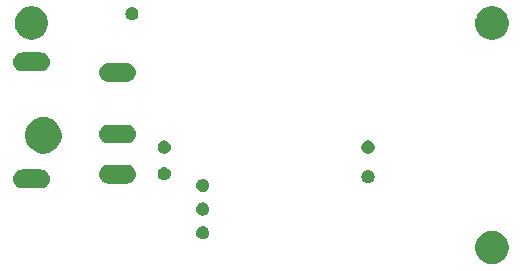
<source format=gbr>
G04 #@! TF.GenerationSoftware,KiCad,Pcbnew,5.0.1*
G04 #@! TF.CreationDate,2019-01-30T16:31:46+01:00*
G04 #@! TF.ProjectId,esp8266_rgb_strip_controller,657370383236365F736578795F737472,rev?*
G04 #@! TF.SameCoordinates,Original*
G04 #@! TF.FileFunction,Soldermask,Bot*
G04 #@! TF.FilePolarity,Negative*
%FSLAX46Y46*%
G04 Gerber Fmt 4.6, Leading zero omitted, Abs format (unit mm)*
G04 Created by KiCad (PCBNEW 5.0.1) date Wed 30 Jan 2019 04:31:46 PM CET*
%MOMM*%
%LPD*%
G01*
G04 APERTURE LIST*
%ADD10C,0.100000*%
G04 APERTURE END LIST*
D10*
G36*
X137318433Y-79634893D02*
X137408657Y-79652839D01*
X137512204Y-79695730D01*
X137663621Y-79758449D01*
X137893089Y-79911774D01*
X138088226Y-80106911D01*
X138241551Y-80336379D01*
X138347161Y-80591344D01*
X138401000Y-80862012D01*
X138401000Y-81137988D01*
X138347161Y-81408656D01*
X138241551Y-81663621D01*
X138088226Y-81893089D01*
X137893089Y-82088226D01*
X137663621Y-82241551D01*
X137514267Y-82303415D01*
X137408657Y-82347161D01*
X137318433Y-82365107D01*
X137137988Y-82401000D01*
X136862012Y-82401000D01*
X136681567Y-82365107D01*
X136591343Y-82347161D01*
X136485733Y-82303415D01*
X136336379Y-82241551D01*
X136106911Y-82088226D01*
X135911774Y-81893089D01*
X135758449Y-81663621D01*
X135652839Y-81408656D01*
X135599000Y-81137988D01*
X135599000Y-80862012D01*
X135652839Y-80591344D01*
X135758449Y-80336379D01*
X135911774Y-80106911D01*
X136106911Y-79911774D01*
X136336379Y-79758449D01*
X136487796Y-79695730D01*
X136591343Y-79652839D01*
X136681567Y-79634893D01*
X136862012Y-79599000D01*
X137137988Y-79599000D01*
X137318433Y-79634893D01*
X137318433Y-79634893D01*
G37*
G36*
X112660721Y-79220174D02*
X112760995Y-79261709D01*
X112851245Y-79322012D01*
X112927988Y-79398755D01*
X112988291Y-79489005D01*
X113029826Y-79589279D01*
X113051000Y-79695730D01*
X113051000Y-79804270D01*
X113029826Y-79910721D01*
X112988291Y-80010995D01*
X112927988Y-80101245D01*
X112851245Y-80177988D01*
X112760995Y-80238291D01*
X112660721Y-80279826D01*
X112554270Y-80301000D01*
X112445730Y-80301000D01*
X112339279Y-80279826D01*
X112239005Y-80238291D01*
X112148755Y-80177988D01*
X112072012Y-80101245D01*
X112011709Y-80010995D01*
X111970174Y-79910721D01*
X111949000Y-79804270D01*
X111949000Y-79695730D01*
X111970174Y-79589279D01*
X112011709Y-79489005D01*
X112072012Y-79398755D01*
X112148755Y-79322012D01*
X112239005Y-79261709D01*
X112339279Y-79220174D01*
X112445730Y-79199000D01*
X112554270Y-79199000D01*
X112660721Y-79220174D01*
X112660721Y-79220174D01*
G37*
G36*
X112660721Y-77220174D02*
X112760995Y-77261709D01*
X112851245Y-77322012D01*
X112927988Y-77398755D01*
X112988291Y-77489005D01*
X113029826Y-77589279D01*
X113051000Y-77695730D01*
X113051000Y-77804270D01*
X113029826Y-77910721D01*
X112988291Y-78010995D01*
X112927988Y-78101245D01*
X112851245Y-78177988D01*
X112760995Y-78238291D01*
X112660721Y-78279826D01*
X112554270Y-78301000D01*
X112445730Y-78301000D01*
X112339279Y-78279826D01*
X112239005Y-78238291D01*
X112148755Y-78177988D01*
X112072012Y-78101245D01*
X112011709Y-78010995D01*
X111970174Y-77910721D01*
X111949000Y-77804270D01*
X111949000Y-77695730D01*
X111970174Y-77589279D01*
X112011709Y-77489005D01*
X112072012Y-77398755D01*
X112148755Y-77322012D01*
X112239005Y-77261709D01*
X112339279Y-77220174D01*
X112445730Y-77199000D01*
X112554270Y-77199000D01*
X112660721Y-77220174D01*
X112660721Y-77220174D01*
G37*
G36*
X112660721Y-75220174D02*
X112760995Y-75261709D01*
X112851245Y-75322012D01*
X112927988Y-75398755D01*
X112988291Y-75489005D01*
X113029826Y-75589279D01*
X113051000Y-75695730D01*
X113051000Y-75804270D01*
X113029826Y-75910721D01*
X112988291Y-76010995D01*
X112927988Y-76101245D01*
X112851245Y-76177988D01*
X112760995Y-76238291D01*
X112660721Y-76279826D01*
X112554270Y-76301000D01*
X112445730Y-76301000D01*
X112339279Y-76279826D01*
X112239005Y-76238291D01*
X112148755Y-76177988D01*
X112072012Y-76101245D01*
X112011709Y-76010995D01*
X111970174Y-75910721D01*
X111949000Y-75804270D01*
X111949000Y-75695730D01*
X111970174Y-75589279D01*
X112011709Y-75489005D01*
X112072012Y-75398755D01*
X112148755Y-75322012D01*
X112239005Y-75261709D01*
X112339279Y-75220174D01*
X112445730Y-75199000D01*
X112554270Y-75199000D01*
X112660721Y-75220174D01*
X112660721Y-75220174D01*
G37*
G36*
X98907025Y-74410590D02*
X99058012Y-74456392D01*
X99197165Y-74530770D01*
X99319133Y-74630867D01*
X99419230Y-74752835D01*
X99493608Y-74891988D01*
X99539410Y-75042975D01*
X99554875Y-75200000D01*
X99539410Y-75357025D01*
X99493608Y-75508012D01*
X99419230Y-75647165D01*
X99319133Y-75769133D01*
X99197165Y-75869230D01*
X99058012Y-75943608D01*
X98907025Y-75989410D01*
X98789346Y-76001000D01*
X97210654Y-76001000D01*
X97092975Y-75989410D01*
X96941988Y-75943608D01*
X96802835Y-75869230D01*
X96680867Y-75769133D01*
X96580770Y-75647165D01*
X96506392Y-75508012D01*
X96460590Y-75357025D01*
X96445125Y-75200000D01*
X96460590Y-75042975D01*
X96506392Y-74891988D01*
X96580770Y-74752835D01*
X96680867Y-74630867D01*
X96802835Y-74530770D01*
X96941988Y-74456392D01*
X97092975Y-74410590D01*
X97210654Y-74399000D01*
X98789346Y-74399000D01*
X98907025Y-74410590D01*
X98907025Y-74410590D01*
G37*
G36*
X106207025Y-74010590D02*
X106358012Y-74056392D01*
X106497165Y-74130770D01*
X106619133Y-74230867D01*
X106719230Y-74352835D01*
X106793608Y-74491988D01*
X106839410Y-74642975D01*
X106854875Y-74800000D01*
X106839410Y-74957025D01*
X106793608Y-75108012D01*
X106719230Y-75247165D01*
X106619133Y-75369133D01*
X106497165Y-75469230D01*
X106358012Y-75543608D01*
X106207025Y-75589410D01*
X106089346Y-75601000D01*
X104510654Y-75601000D01*
X104392975Y-75589410D01*
X104241988Y-75543608D01*
X104102835Y-75469230D01*
X103980867Y-75369133D01*
X103880770Y-75247165D01*
X103806392Y-75108012D01*
X103760590Y-74957025D01*
X103745125Y-74800000D01*
X103760590Y-74642975D01*
X103806392Y-74491988D01*
X103880770Y-74352835D01*
X103980867Y-74230867D01*
X104102835Y-74130770D01*
X104241988Y-74056392D01*
X104392975Y-74010590D01*
X104510654Y-73999000D01*
X106089346Y-73999000D01*
X106207025Y-74010590D01*
X106207025Y-74010590D01*
G37*
G36*
X126660721Y-74470174D02*
X126760995Y-74511709D01*
X126851245Y-74572012D01*
X126927988Y-74648755D01*
X126988291Y-74739005D01*
X127029826Y-74839279D01*
X127051000Y-74945730D01*
X127051000Y-75054270D01*
X127029826Y-75160721D01*
X126988291Y-75260995D01*
X126927988Y-75351245D01*
X126851245Y-75427988D01*
X126760995Y-75488291D01*
X126660721Y-75529826D01*
X126554270Y-75551000D01*
X126445730Y-75551000D01*
X126339279Y-75529826D01*
X126239005Y-75488291D01*
X126148755Y-75427988D01*
X126072012Y-75351245D01*
X126011709Y-75260995D01*
X125970174Y-75160721D01*
X125949000Y-75054270D01*
X125949000Y-74945730D01*
X125970174Y-74839279D01*
X126011709Y-74739005D01*
X126072012Y-74648755D01*
X126148755Y-74572012D01*
X126239005Y-74511709D01*
X126339279Y-74470174D01*
X126445730Y-74449000D01*
X126554270Y-74449000D01*
X126660721Y-74470174D01*
X126660721Y-74470174D01*
G37*
G36*
X109410721Y-74220174D02*
X109510995Y-74261709D01*
X109601245Y-74322012D01*
X109677988Y-74398755D01*
X109738291Y-74489005D01*
X109779826Y-74589279D01*
X109801000Y-74695730D01*
X109801000Y-74804270D01*
X109779826Y-74910721D01*
X109738291Y-75010995D01*
X109677988Y-75101245D01*
X109601245Y-75177988D01*
X109510995Y-75238291D01*
X109410721Y-75279826D01*
X109304270Y-75301000D01*
X109195730Y-75301000D01*
X109089279Y-75279826D01*
X108989005Y-75238291D01*
X108898755Y-75177988D01*
X108822012Y-75101245D01*
X108761709Y-75010995D01*
X108720174Y-74910721D01*
X108699000Y-74804270D01*
X108699000Y-74695730D01*
X108720174Y-74589279D01*
X108761709Y-74489005D01*
X108822012Y-74398755D01*
X108898755Y-74322012D01*
X108989005Y-74261709D01*
X109089279Y-74220174D01*
X109195730Y-74199000D01*
X109304270Y-74199000D01*
X109410721Y-74220174D01*
X109410721Y-74220174D01*
G37*
G36*
X109410721Y-71970174D02*
X109510995Y-72011709D01*
X109601245Y-72072012D01*
X109677988Y-72148755D01*
X109738291Y-72239005D01*
X109779826Y-72339279D01*
X109801000Y-72445730D01*
X109801000Y-72554270D01*
X109779826Y-72660721D01*
X109738291Y-72760995D01*
X109677988Y-72851245D01*
X109601245Y-72927988D01*
X109510995Y-72988291D01*
X109410721Y-73029826D01*
X109304270Y-73051000D01*
X109195730Y-73051000D01*
X109089279Y-73029826D01*
X108989005Y-72988291D01*
X108898755Y-72927988D01*
X108822012Y-72851245D01*
X108761709Y-72760995D01*
X108720174Y-72660721D01*
X108699000Y-72554270D01*
X108699000Y-72445730D01*
X108720174Y-72339279D01*
X108761709Y-72239005D01*
X108822012Y-72148755D01*
X108898755Y-72072012D01*
X108989005Y-72011709D01*
X109089279Y-71970174D01*
X109195730Y-71949000D01*
X109304270Y-71949000D01*
X109410721Y-71970174D01*
X109410721Y-71970174D01*
G37*
G36*
X126660721Y-71970174D02*
X126760995Y-72011709D01*
X126851245Y-72072012D01*
X126927988Y-72148755D01*
X126988291Y-72239005D01*
X127029826Y-72339279D01*
X127051000Y-72445730D01*
X127051000Y-72554270D01*
X127029826Y-72660721D01*
X126988291Y-72760995D01*
X126927988Y-72851245D01*
X126851245Y-72927988D01*
X126760995Y-72988291D01*
X126660721Y-73029826D01*
X126554270Y-73051000D01*
X126445730Y-73051000D01*
X126339279Y-73029826D01*
X126239005Y-72988291D01*
X126148755Y-72927988D01*
X126072012Y-72851245D01*
X126011709Y-72760995D01*
X125970174Y-72660721D01*
X125949000Y-72554270D01*
X125949000Y-72445730D01*
X125970174Y-72339279D01*
X126011709Y-72239005D01*
X126072012Y-72148755D01*
X126148755Y-72072012D01*
X126239005Y-72011709D01*
X126339279Y-71970174D01*
X126445730Y-71949000D01*
X126554270Y-71949000D01*
X126660721Y-71970174D01*
X126660721Y-71970174D01*
G37*
G36*
X99352527Y-69988736D02*
X99452410Y-70008604D01*
X99734674Y-70125521D01*
X99988705Y-70295259D01*
X100204741Y-70511295D01*
X100374479Y-70765326D01*
X100452147Y-70952835D01*
X100491396Y-71047591D01*
X100530261Y-71242975D01*
X100551000Y-71347240D01*
X100551000Y-71652760D01*
X100491396Y-71952410D01*
X100374479Y-72234674D01*
X100204741Y-72488705D01*
X99988705Y-72704741D01*
X99734674Y-72874479D01*
X99452410Y-72991396D01*
X99352527Y-73011264D01*
X99152762Y-73051000D01*
X98847238Y-73051000D01*
X98647473Y-73011264D01*
X98547590Y-72991396D01*
X98265326Y-72874479D01*
X98011295Y-72704741D01*
X97795259Y-72488705D01*
X97625521Y-72234674D01*
X97508604Y-71952410D01*
X97449000Y-71652760D01*
X97449000Y-71347240D01*
X97469740Y-71242975D01*
X97508604Y-71047591D01*
X97547853Y-70952835D01*
X97625521Y-70765326D01*
X97795259Y-70511295D01*
X98011295Y-70295259D01*
X98265326Y-70125521D01*
X98547590Y-70008604D01*
X98647473Y-69988736D01*
X98847238Y-69949000D01*
X99152762Y-69949000D01*
X99352527Y-69988736D01*
X99352527Y-69988736D01*
G37*
G36*
X106207025Y-70610590D02*
X106358012Y-70656392D01*
X106497165Y-70730770D01*
X106619133Y-70830867D01*
X106719230Y-70952835D01*
X106793608Y-71091988D01*
X106839410Y-71242975D01*
X106854875Y-71400000D01*
X106839410Y-71557025D01*
X106793608Y-71708012D01*
X106719230Y-71847165D01*
X106619133Y-71969133D01*
X106497165Y-72069230D01*
X106358012Y-72143608D01*
X106207025Y-72189410D01*
X106089346Y-72201000D01*
X104510654Y-72201000D01*
X104392975Y-72189410D01*
X104241988Y-72143608D01*
X104102835Y-72069230D01*
X103980867Y-71969133D01*
X103880770Y-71847165D01*
X103806392Y-71708012D01*
X103760590Y-71557025D01*
X103745125Y-71400000D01*
X103760590Y-71242975D01*
X103806392Y-71091988D01*
X103880770Y-70952835D01*
X103980867Y-70830867D01*
X104102835Y-70730770D01*
X104241988Y-70656392D01*
X104392975Y-70610590D01*
X104510654Y-70599000D01*
X106089346Y-70599000D01*
X106207025Y-70610590D01*
X106207025Y-70610590D01*
G37*
G36*
X106207025Y-65410590D02*
X106358012Y-65456392D01*
X106497165Y-65530770D01*
X106619133Y-65630867D01*
X106719230Y-65752835D01*
X106793608Y-65891988D01*
X106839410Y-66042975D01*
X106854875Y-66200000D01*
X106839410Y-66357025D01*
X106793608Y-66508012D01*
X106719230Y-66647165D01*
X106619133Y-66769133D01*
X106497165Y-66869230D01*
X106358012Y-66943608D01*
X106207025Y-66989410D01*
X106089346Y-67001000D01*
X104510654Y-67001000D01*
X104392975Y-66989410D01*
X104241988Y-66943608D01*
X104102835Y-66869230D01*
X103980867Y-66769133D01*
X103880770Y-66647165D01*
X103806392Y-66508012D01*
X103760590Y-66357025D01*
X103745125Y-66200000D01*
X103760590Y-66042975D01*
X103806392Y-65891988D01*
X103880770Y-65752835D01*
X103980867Y-65630867D01*
X104102835Y-65530770D01*
X104241988Y-65456392D01*
X104392975Y-65410590D01*
X104510654Y-65399000D01*
X106089346Y-65399000D01*
X106207025Y-65410590D01*
X106207025Y-65410590D01*
G37*
G36*
X98907025Y-64510590D02*
X99058012Y-64556392D01*
X99197165Y-64630770D01*
X99319133Y-64730867D01*
X99419230Y-64852835D01*
X99493608Y-64991988D01*
X99539410Y-65142975D01*
X99554875Y-65300000D01*
X99539410Y-65457025D01*
X99493608Y-65608012D01*
X99419230Y-65747165D01*
X99319133Y-65869133D01*
X99197165Y-65969230D01*
X99058012Y-66043608D01*
X98907025Y-66089410D01*
X98789346Y-66101000D01*
X97210654Y-66101000D01*
X97092975Y-66089410D01*
X96941988Y-66043608D01*
X96802835Y-65969230D01*
X96680867Y-65869133D01*
X96580770Y-65747165D01*
X96506392Y-65608012D01*
X96460590Y-65457025D01*
X96445125Y-65300000D01*
X96460590Y-65142975D01*
X96506392Y-64991988D01*
X96580770Y-64852835D01*
X96680867Y-64730867D01*
X96802835Y-64630770D01*
X96941988Y-64556392D01*
X97092975Y-64510590D01*
X97210654Y-64499000D01*
X98789346Y-64499000D01*
X98907025Y-64510590D01*
X98907025Y-64510590D01*
G37*
G36*
X98318433Y-60634893D02*
X98408657Y-60652839D01*
X98450509Y-60670175D01*
X98663621Y-60758449D01*
X98893089Y-60911774D01*
X99088226Y-61106911D01*
X99241551Y-61336379D01*
X99293169Y-61460995D01*
X99330552Y-61551245D01*
X99347161Y-61591344D01*
X99401000Y-61862012D01*
X99401000Y-62137988D01*
X99347161Y-62408656D01*
X99241551Y-62663621D01*
X99088226Y-62893089D01*
X98893089Y-63088226D01*
X98663621Y-63241551D01*
X98514267Y-63303415D01*
X98408657Y-63347161D01*
X98318433Y-63365107D01*
X98137988Y-63401000D01*
X97862012Y-63401000D01*
X97681567Y-63365107D01*
X97591343Y-63347161D01*
X97485733Y-63303415D01*
X97336379Y-63241551D01*
X97106911Y-63088226D01*
X96911774Y-62893089D01*
X96758449Y-62663621D01*
X96652839Y-62408656D01*
X96599000Y-62137988D01*
X96599000Y-61862012D01*
X96652839Y-61591344D01*
X96669449Y-61551245D01*
X96706831Y-61460995D01*
X96758449Y-61336379D01*
X96911774Y-61106911D01*
X97106911Y-60911774D01*
X97336379Y-60758449D01*
X97549491Y-60670175D01*
X97591343Y-60652839D01*
X97681567Y-60634893D01*
X97862012Y-60599000D01*
X98137988Y-60599000D01*
X98318433Y-60634893D01*
X98318433Y-60634893D01*
G37*
G36*
X137318433Y-60634893D02*
X137408657Y-60652839D01*
X137450509Y-60670175D01*
X137663621Y-60758449D01*
X137893089Y-60911774D01*
X138088226Y-61106911D01*
X138241551Y-61336379D01*
X138293169Y-61460995D01*
X138330552Y-61551245D01*
X138347161Y-61591344D01*
X138401000Y-61862012D01*
X138401000Y-62137988D01*
X138347161Y-62408656D01*
X138241551Y-62663621D01*
X138088226Y-62893089D01*
X137893089Y-63088226D01*
X137663621Y-63241551D01*
X137514267Y-63303415D01*
X137408657Y-63347161D01*
X137318433Y-63365107D01*
X137137988Y-63401000D01*
X136862012Y-63401000D01*
X136681567Y-63365107D01*
X136591343Y-63347161D01*
X136485733Y-63303415D01*
X136336379Y-63241551D01*
X136106911Y-63088226D01*
X135911774Y-62893089D01*
X135758449Y-62663621D01*
X135652839Y-62408656D01*
X135599000Y-62137988D01*
X135599000Y-61862012D01*
X135652839Y-61591344D01*
X135669449Y-61551245D01*
X135706831Y-61460995D01*
X135758449Y-61336379D01*
X135911774Y-61106911D01*
X136106911Y-60911774D01*
X136336379Y-60758449D01*
X136549491Y-60670175D01*
X136591343Y-60652839D01*
X136681567Y-60634893D01*
X136862012Y-60599000D01*
X137137988Y-60599000D01*
X137318433Y-60634893D01*
X137318433Y-60634893D01*
G37*
G36*
X106660721Y-60670174D02*
X106760995Y-60711709D01*
X106851245Y-60772012D01*
X106927988Y-60848755D01*
X106988291Y-60939005D01*
X107029826Y-61039279D01*
X107051000Y-61145730D01*
X107051000Y-61254270D01*
X107029826Y-61360721D01*
X106988291Y-61460995D01*
X106927988Y-61551245D01*
X106851245Y-61627988D01*
X106760995Y-61688291D01*
X106660721Y-61729826D01*
X106554270Y-61751000D01*
X106445730Y-61751000D01*
X106339279Y-61729826D01*
X106239005Y-61688291D01*
X106148755Y-61627988D01*
X106072012Y-61551245D01*
X106011709Y-61460995D01*
X105970174Y-61360721D01*
X105949000Y-61254270D01*
X105949000Y-61145730D01*
X105970174Y-61039279D01*
X106011709Y-60939005D01*
X106072012Y-60848755D01*
X106148755Y-60772012D01*
X106239005Y-60711709D01*
X106339279Y-60670174D01*
X106445730Y-60649000D01*
X106554270Y-60649000D01*
X106660721Y-60670174D01*
X106660721Y-60670174D01*
G37*
M02*

</source>
